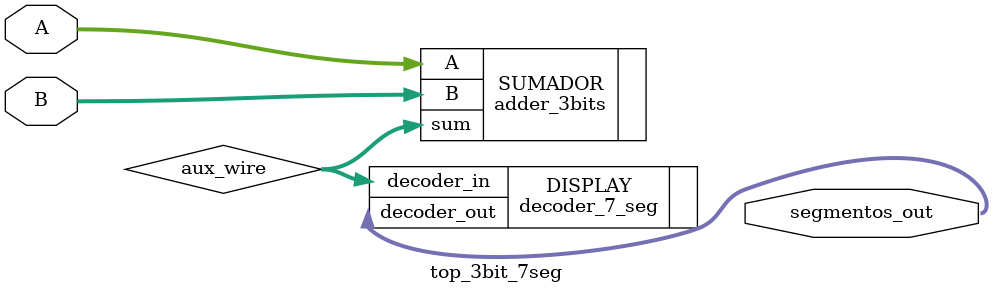
<source format=v>
module top_3bit_7seg(
	
	//entradas de 3bits para el sumador
	input [2:0] A,B,
	
	//sallida al 7 segmentos
	output [0:6] segmentos_out

);

wire [3:0] aux_wire;
adder_3bits SUMADOR(
	.A(A),
	.B(B),
	.sum(aux_wire)

);

decoder_7_seg DISPLAY(
	.decoder_in(aux_wire),
	.decoder_out(segmentos_out)
);


endmodule
</source>
